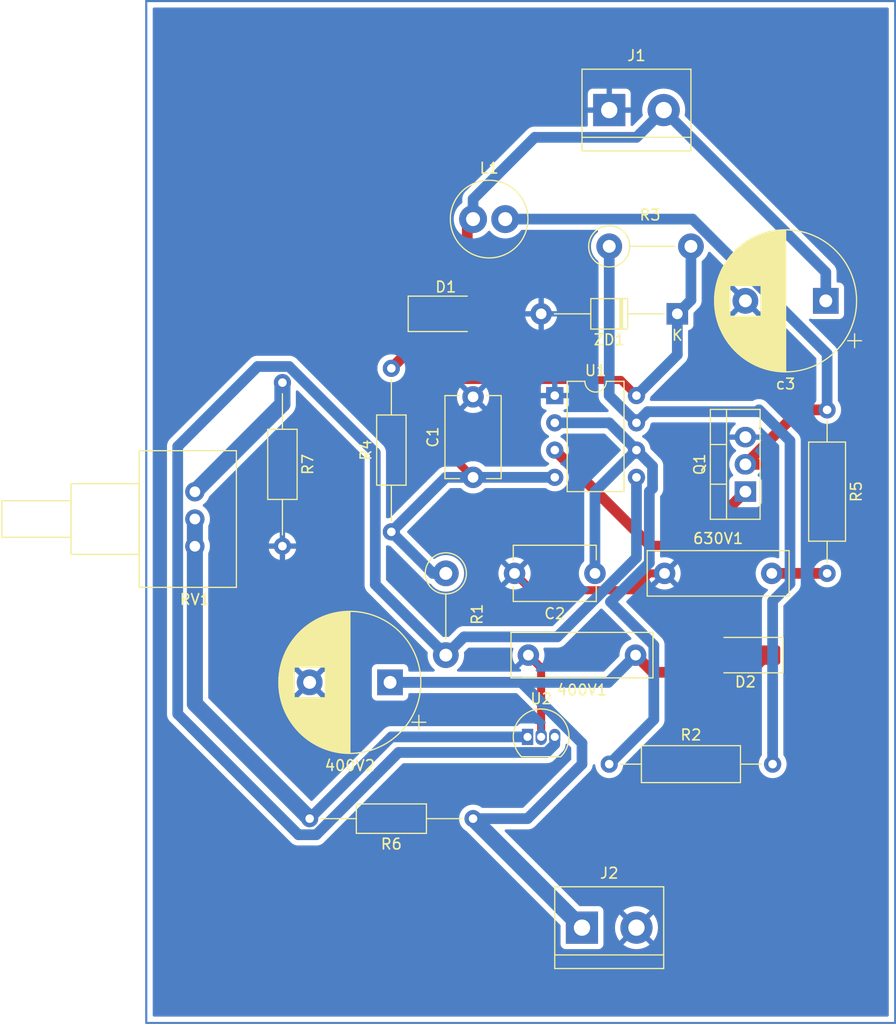
<source format=kicad_pcb>
(kicad_pcb (version 20221018) (generator pcbnew)
  (title_block (title "Voltage Booster Module ") (date "17.02.2023") (rev "1.0") (company "Code & More ") (comment 1 "drawn by Muxtar_Safarov"))
  (layers (0 "F.Cu" signal) (31 "B.Cu" signal) (34 "B.Paste" user) (35 "F.Paste" user) (36 "B.SilkS" user "B.Silkscreen") (37 "F.SilkS" user "F.Silkscreen") (38 "B.Mask" user) (39 "F.Mask" user) (44 "Edge.Cuts" user))
  (net 0 "")
  (net 1 "Net-(D2-K)")
  (net 2 "Earth")
  (net 3 "Net-(630V1-Pad2)")
  (net 4 "Reset")
  (net 5 "DIV")
  (net 6 "+12V")
  (net 7 "Net-(D1-K)")
  (net 8 "Net-(D2-A)")
  (net 9 "Net-(Q1-G)")
  (net 10 "Net-(U1-CV)")
  (net 11 "DIS")
  (net 12 "Net-(U2-REF)")
  (net 13 "Net-(R7-Pad1)")
  (footprint "Diode_THT:D_T-1_P12.70mm_Horizontal" (layer "F.Cu") (at 125.73 67.25 180)
    (fp_text reference "ZD1" (at 6.35 -2.42) (layer "F.SilkS"))
    (fp_text value "12V")
    (fp_text user "K" (at 0 -2) (layer "F.SilkS"))
    (pad "1" thru_hole rect (at 0 0 180) (size 2 2) (drill 1) (layers "*.Cu" "*.Mask") (net 4 "Reset"))
    (pad "2" thru_hole oval (at 12.7 0 180) (size 2 2) (drill 1) (layers "*.Cu" "*.Mask") (net 2 "Earth"))
  )
  (footprint "Diode_SMD:D_SMA" (layer "F.Cu") (at 104.14 67.25)
    (fp_text reference "D1" (at 0 -2.5) (layer "F.SilkS"))
    (fp_text value "US1A")
    (pad "1" smd roundrect (at -2 0) (size 2.5 1.8) (layers "F.Cu" "F.Paste" "F.Mask") (roundrect_rratio 0.1388888889) (net 7 "Net-(D1-K)"))
    (pad "2" smd roundrect (at 2 0) (size 2.5 1.8) (layers "F.Cu" "F.Paste" "F.Mask") (roundrect_rratio 0.1388888889) (net 6 "+12V"))
  )
  (footprint "Resistor_THT:R_Axial_DIN0309_L9.0mm_D3.2mm_P15.24mm_Horizontal" (layer "F.Cu") (at 119.38 109.22)
    (fp_text reference "R2" (at 7.62 -2.72) (layer "F.SilkS"))
    (fp_text value "10K")
    (pad "1" thru_hole circle (at 0 0) (size 1.6 1.6) (drill 0.8) (layers "*.Cu" "*.Mask") (net 5 "DIV"))
    (pad "2" thru_hole oval (at 15.24 0) (size 1.6 1.6) (drill 0.8) (layers "*.Cu" "*.Mask") (net 11 "DIS"))
  )
  (footprint "Capacitor_THT:CP_Radial_D13.0mm_P7.50mm" (layer "F.Cu") (at 139.58 66.04 180)
    (fp_text reference "c3" (at 3.75 -7.75) (layer "F.SilkS"))
    (fp_text value "1000uF")
    (pad "1" thru_hole rect (at 0 0 180) (size 2.4 2.4) (drill 1.2) (layers "*.Cu" "*.Mask") (net 6 "+12V"))
    (pad "2" thru_hole circle (at 7.5 0 180) (size 2.4 2.4) (drill 1.2) (layers "*.Cu" "*.Mask") (net 2 "Earth"))
  )
  (footprint "TerminalBlock:TerminalBlock_bornier-2_P5.08mm" (layer "F.Cu") (at 116.84 124.46)
    (fp_text reference "J2" (at 2.54 -5.08) (layer "F.SilkS"))
    (fp_text value "OUTPUT")
    (pad "1" thru_hole rect (at 0 0) (size 3 3) (drill 1.52) (layers "*.Cu" "*.Mask") (net 1 "Net-(D2-K)"))
    (pad "2" thru_hole circle (at 5.08 0) (size 3 3) (drill 1.52) (layers "*.Cu" "*.Mask") (net 2 "Earth"))
  )
  (footprint "Capacitor_THT:C_Disc_D7.5mm_W5.0mm_P7.50mm" (layer "F.Cu") (at 106.68 82.49 90)
    (fp_text reference "C1" (at 3.75 -3.75 90) (layer "F.SilkS"))
    (fp_text value "22uF")
    (pad "1" thru_hole circle (at 0 0 90) (size 2 2) (drill 1) (layers "*.Cu" "*.Mask") (net 4 "Reset"))
    (pad "2" thru_hole circle (at 7.5 0 90) (size 2 2) (drill 1) (layers "*.Cu" "*.Mask") (net 2 "Earth"))
  )
  (footprint "Inductor_THT:L_Radial_D7.0mm_P3.00mm" (layer "F.Cu") (at 106.68 58.42)
    (fp_text reference "L1" (at 1.5 -4.75) (layer "F.SilkS"))
    (fp_text value "150uH")
    (pad "1" thru_hole circle (at 0 0) (size 2.6 2.6) (drill 1.3) (layers "*.Cu" "*.Mask") (net 6 "+12V"))
    (pad "2" thru_hole circle (at 3 0) (size 2.6 2.6) (drill 1.3) (layers "*.Cu" "*.Mask") (net 8 "Net-(D2-A)"))
  )
  (footprint "Resistor_THT:R_Axial_DIN0411_L9.9mm_D3.6mm_P7.62mm_Vertical" (layer "F.Cu") (at 119.38 60.96)
    (fp_text reference "R3" (at 3.81 -2.92) (layer "F.SilkS"))
    (fp_text value "1K")
    (pad "1" thru_hole circle (at 0 0) (size 2.4 2.4) (drill 1.2) (layers "*.Cu" "*.Mask") (net 11 "DIS"))
    (pad "2" thru_hole oval (at 7.62 0) (size 2.4 2.4) (drill 1.2) (layers "*.Cu" "*.Mask") (net 4 "Reset"))
  )
  (footprint "Capacitor_THT:C_Rect_L13.0mm_W4.0mm_P10.00mm_FKS3_FKP3_MKS4" (layer "F.Cu") (at 121.84 99.06 180)
    (fp_text reference "400V1" (at 5 -3.25) (layer "F.SilkS"))
    (fp_text value "10nF")
    (pad "1" thru_hole circle (at 0 0 180) (size 2 2) (drill 1) (layers "*.Cu" "*.Mask") (net 1 "Net-(D2-K)"))
    (pad "2" thru_hole circle (at 10 0 180) (size 2 2) (drill 1) (layers "*.Cu" "*.Mask") (net 2 "Earth"))
  )
  (footprint "Resistor_THT:R_Axial_DIN0207_L6.3mm_D2.5mm_P15.24mm_Horizontal" (layer "F.Cu") (at 106.68 114.3 180)
    (fp_text reference "R6" (at 7.62 -2.37) (layer "F.SilkS"))
    (fp_text value "470K")
    (pad "1" thru_hole circle (at 0 0 180) (size 1.6 1.6) (drill 0.8) (layers "*.Cu" "*.Mask") (net 1 "Net-(D2-K)"))
    (pad "2" thru_hole oval (at 15.24 0 180) (size 1.6 1.6) (drill 0.8) (layers "*.Cu" "*.Mask") (net 12 "Net-(U2-REF)"))
  )
  (footprint "Capacitor_THT:C_Rect_L13.0mm_W4.0mm_P10.00mm_FKS3_FKP3_MKS4" (layer "F.Cu") (at 124.54 91.44)
    (fp_text reference "630V1" (at 5 -3.25) (layer "F.SilkS"))
    (fp_text value "100pF")
    (pad "1" thru_hole circle (at 0 0) (size 2 2) (drill 1) (layers "*.Cu" "*.Mask") (net 2 "Earth"))
    (pad "2" thru_hole circle (at 10 0) (size 2 2) (drill 1) (layers "*.Cu" "*.Mask") (net 3 "Net-(630V1-Pad2)"))
  )
  (footprint "Capacitor_THT:CP_Radial_D13.0mm_P7.50mm" (layer "F.Cu") (at 98.94 101.6 180)
    (fp_text reference "400V2" (at 3.75 -7.75) (layer "F.SilkS"))
    (fp_text value "22uF")
    (pad "1" thru_hole rect (at 0 0 180) (size 2.4 2.4) (drill 1.2) (layers "*.Cu" "*.Mask") (net 1 "Net-(D2-K)"))
    (pad "2" thru_hole circle (at 7.5 0 180) (size 2.4 2.4) (drill 1.2) (layers "*.Cu" "*.Mask") (net 2 "Earth"))
  )
  (footprint "Package_TO_SOT_THT:TO-92_Inline" (layer "F.Cu") (at 111.76 106.68)
    (fp_text reference "U2" (at 1.27 -3.56) (layer "F.SilkS"))
    (fp_text value "TL431LP")
    (pad "1" thru_hole rect (at 0 0) (size 1.05 1.5) (drill 0.75) (layers "*.Cu" "*.Mask") (net 12 "Net-(U2-REF)"))
    (pad "2" thru_hole oval (at 1.27 0) (size 1.05 1.5) (drill 0.75) (layers "*.Cu" "*.Mask") (net 2 "Earth"))
    (pad "3" thru_hole oval (at 2.54 0) (size 1.05 1.5) (drill 0.75) (layers "*.Cu" "*.Mask") (net 10 "Net-(U1-CV)"))
  )
  (footprint "Diode_SMD:D_SMA" (layer "F.Cu") (at 132.08 99.06 180)
    (fp_text reference "D2" (at 0 -2.5) (layer "F.SilkS"))
    (fp_text value "US1A")
    (pad "1" smd roundrect (at -2 0 180) (size 2.5 1.8) (layers "F.Cu" "F.Paste" "F.Mask") (roundrect_rratio 0.1388888889) (net 1 "Net-(D2-K)"))
    (pad "2" smd roundrect (at 2 0 180) (size 2.5 1.8) (layers "F.Cu" "F.Paste" "F.Mask") (roundrect_rratio 0.1388888889) (net 8 "Net-(D2-A)"))
  )
  (footprint "Resistor_THT:R_Axial_DIN0207_L6.3mm_D2.5mm_P15.24mm_Horizontal" (layer "F.Cu") (at 99.06 87.57 90)
    (fp_text reference "R4" (at 7.62 -2.37 90) (layer "F.SilkS"))
    (fp_text value "330R")
    (pad "1" thru_hole circle (at 0 0 90) (size 1.6 1.6) (drill 0.8) (layers "*.Cu" "*.Mask") (net 4 "Reset"))
    (pad "2" thru_hole oval (at 15.24 0 90) (size 1.6 1.6) (drill 0.8) (layers "*.Cu" "*.Mask") (net 7 "Net-(D1-K)"))
  )
  (footprint "Package_TO_SOT_THT:TO-220-3_Vertical" (layer "F.Cu") (at 132.08 83.82 90)
    (fp_text reference "Q1" (at 2.54 -4.27 90) (layer "F.SilkS"))
    (fp_text value "IRF740")
    (pad "1" thru_hole rect (at 0 0 90) (size 1.905 2) (drill 1.1) (layers "*.Cu" "*.Mask") (net 9 "Net-(Q1-G)"))
    (pad "2" thru_hole oval (at 2.54 0 90) (size 1.905 2) (drill 1.1) (layers "*.Cu" "*.Mask") (net 8 "Net-(D2-A)"))
    (pad "3" thru_hole oval (at 5.08 0 90) (size 1.905 2) (drill 1.1) (layers "*.Cu" "*.Mask") (net 2 "Earth"))
  )
  (footprint "Resistor_THT:R_Axial_DIN0309_L9.0mm_D3.2mm_P15.24mm_Horizontal" (layer "F.Cu") (at 139.7 76.2 -90)
    (fp_text reference "R5" (at 7.62 -2.72 90) (layer "F.SilkS"))
    (fp_text value "4,7K")
    (pad "1" thru_hole circle (at 0 0 270) (size 1.6 1.6) (drill 0.8) (layers "*.Cu" "*.Mask") (net 8 "Net-(D2-A)"))
    (pad "2" thru_hole oval (at 15.24 0 270) (size 1.6 1.6) (drill 0.8) (layers "*.Cu" "*.Mask") (net 3 "Net-(630V1-Pad2)"))
  )
  (footprint "Resistor_THT:R_Axial_DIN0411_L9.9mm_D3.6mm_P7.62mm_Vertical" (layer "F.Cu") (at 104.14 91.44 -90)
    (fp_text reference "R1" (at 3.81 -2.92 90) (layer "F.SilkS"))
    (fp_text value "1K")
    (pad "1" thru_hole circle (at 0 0 270) (size 2.4 2.4) (drill 1.2) (layers "*.Cu" "*.Mask") (net 4 "Reset"))
    (pad "2" thru_hole oval (at 7.62 0 270) (size 2.4 2.4) (drill 1.2) (layers "*.Cu" "*.Mask") (net 10 "Net-(U1-CV)"))
  )
  (footprint "Potentiometer_THT:Potentiometer_Vishay_148-149_Single_Horizontal" (layer "F.Cu") (at 80.735 83.835 180)
    (fp_text reference "RV1" (at 0 -10.04) (layer "F.SilkS"))
    (fp_text value "10K")
    (pad "1" thru_hole circle (at 0 0 180) (size 1.8 1.8) (drill 1) (layers "*.Cu" "*.Mask") (net 13 "Net-(R7-Pad1)"))
    (pad "2" thru_hole circle (at 0 -2.54 180) (size 1.8 1.8) (drill 1) (layers "*.Cu" "*.Mask") (net 12 "Net-(U2-REF)"))
    (pad "3" thru_hole circle (at 0 -5.08 180) (size 1.8 1.8) (drill 1) (layers "*.Cu" "*.Mask") (net 12 "Net-(U2-REF)"))
  )
  (footprint "TerminalBlock:TerminalBlock_bornier-2_P5.08mm" (layer "F.Cu") (at 119.38 48.26)
    (fp_text reference "J1" (at 2.54 -5.08) (layer "F.SilkS"))
    (fp_text value "INPUT")
    (pad "1" thru_hole rect (at 0 0) (size 3 3) (drill 1.52) (layers "*.Cu" "*.Mask") (net 2 "Earth"))
    (pad "2" thru_hole circle (at 5.08 0) (size 3 3) (drill 1.52) (layers "*.Cu" "*.Mask") (net 6 "+12V"))
  )
  (footprint "Resistor_THT:R_Axial_DIN0207_L6.3mm_D2.5mm_P15.24mm_Horizontal" (layer "F.Cu") (at 88.9 73.66 -90)
    (fp_text reference "R7" (at 7.62 -2.37 90) (layer "F.SilkS"))
    (fp_text value "3,3K")
    (pad "1" thru_hole circle (at 0 0 270) (size 1.6 1.6) (drill 0.8) (layers "*.Cu" "*.Mask") (net 13 "Net-(R7-Pad1)"))
    (pad "2" thru_hole oval (at 15.24 0 270) (size 1.6 1.6) (drill 0.8) (layers "*.Cu" "*.Mask") (net 2 "Earth"))
  )
  (footprint "Package_DIP:DIP-8_W7.62mm" (layer "F.Cu") (at 114.3 74.87)
    (fp_text reference "U1" (at 3.81 -2.33) (layer "F.SilkS"))
    (fp_text value "NE555P")
    (pad "1" thru_hole rect (at 0 0) (size 1.6 1.6) (drill 0.8) (layers "*.Cu" "*.Mask") (net 2 "Earth"))
    (pad "2" thru_hole oval (at 0 2.54) (size 1.6 1.6) (drill 0.8) (layers "*.Cu" "*.Mask") (net 5 "DIV"))
    (pad "3" thru_hole oval (at 0 5.08) (size 1.6 1.6) (drill 0.8) (layers "*.Cu" "*.Mask") (net 9 "Net-(Q1-G)"))
    (pad "4" thru_hole oval (at 0 7.62) (size 1.6 1.6) (drill 0.8) (layers "*.Cu" "*.Mask") (net 4 "Reset"))
    (pad "5" thru_hole oval (at 7.62 7.62) (size 1.6 1.6) (drill 0.8) (layers "*.Cu" "*.Mask") (net 10 "Net-(U1-CV)"))
    (pad "6" thru_hole oval (at 7.62 5.08) (size 1.6 1.6) (drill 0.8) (layers "*.Cu" "*.Mask") (net 5 "DIV"))
    (pad "7" thru_hole oval (at 7.62 2.54) (size 1.6 1.6) (drill 0.8) (layers "*.Cu" "*.Mask") (net 11 "DIS"))
    (pad "8" thru_hole oval (at 7.62 0) (size 1.6 1.6) (drill 0.8) (layers "*.Cu" "*.Mask") (net 4 "Reset"))
  )
  (footprint "Capacitor_THT:C_Disc_D7.5mm_W5.0mm_P7.50mm" (layer "F.Cu") (at 118.05 91.44 180)
    (fp_text reference "C2" (at 3.75 -3.75) (layer "F.SilkS"))
    (fp_text value "10nF")
    (pad "1" thru_hole circle (at 0 0 180) (size 2 2) (drill 1) (layers "*.Cu" "*.Mask") (net 5 "DIV"))
    (pad "2" thru_hole circle (at 7.5 0 180) (size 2 2) (drill 1) (layers "*.Cu" "*.Mask") (net 2 "Earth"))
  )
  (gr_rect (start 76.2 38.1) (end 146.05 133.35) (stroke (width 0.2)) (fill none) (layer "B.Cu"))
  (segment (start 132.48 100.66) (end 123.44 100.66) (width 1) (layer "F.Cu") (net 1))
  (segment (start 134.08 99.06) (end 132.48 100.66) (width 1) (layer "F.Cu") (net 1))
  (segment (start 123.44 100.66) (end 121.84 99.06) (width 1) (layer "F.Cu") (net 1))
  (segment (start 111.177412 101.6) (end 116.84 107.262588) (width 1) (layer "B.Cu") (net 1))
  (segment (start 116.84 107.262588) (end 116.84 109.22) (width 1) (layer "B.Cu") (net 1))
  (segment (start 111.76 114.3) (end 106.68 114.3) (width 1) (layer "B.Cu") (net 1))
  (segment (start 119.3 101.6) (end 99.06 101.6) (width 1) (layer "B.Cu") (net 1))
  (segment (start 121.84 99.06) (end 119.3 101.6) (width 1) (layer "B.Cu") (net 1))
  (segment (start 98.94 101.6) (end 99.06 101.6) (width 1) (layer "B.Cu") (net 1))
  (segment (start 99.06 101.6) (end 111.177412 101.6) (width 1) (layer "B.Cu") (net 1))
  (segment (start 116.84 109.22) (end 111.76 114.3) (width 1) (layer "B.Cu") (net 1))
  (segment (start 116.84 124.46) (end 106.68 114.3) (width 1.5) (layer "B.Cu") (net 1))
  (segment (start 113.03 100.25) (end 111.84 99.06) (width 0.75) (layer "F.Cu") (net 2))
  (segment (start 121.550787 93.015) (end 112.125 93.015) (width 0.75) (layer "F.Cu") (net 2))
  (segment (start 123.125787 91.44) (end 121.550787 93.015) (width 0.75) (layer "F.Cu") (net 2))
  (segment (start 113.03 106.68) (end 113.03 100.25) (width 0.75) (layer "F.Cu") (net 2))
  (segment (start 112.125 93.015) (end 110.55 91.44) (width 0.75) (layer "F.Cu") (net 2))
  (segment (start 124.54 91.44) (end 123.125787 91.44) (width 0.75) (layer "F.Cu") (net 2))
  (segment (start 139.7 91.44) (end 134.54 91.44) (width 1) (layer "F.Cu") (net 3))
  (segment (start 104.385 73.415) (end 101.6 76.2) (width 0.75) (layer "F.Cu") (net 4))
  (segment (start 101.6 77.41) (end 106.68 82.49) (width 0.75) (layer "F.Cu") (net 4))
  (segment (start 101.6 76.2) (end 101.6 77.41) (width 0.75) (layer "F.Cu") (net 4))
  (segment (start 121.92 74.87) (end 120.465 73.415) (width 0.75) (layer "F.Cu") (net 4))
  (segment (start 120.465 73.415) (end 104.385 73.415) (width 0.75) (layer "F.Cu") (net 4))
  (segment (start 127 65.98) (end 125.73 67.25) (width 1) (layer "B.Cu") (net 4))
  (segment (start 127 60.96) (end 127 65.98) (width 1) (layer "B.Cu") (net 4))
  (segment (start 104.14 82.49) (end 99.06 87.57) (width 1) (layer "B.Cu") (net 4))
  (segment (start 106.68 82.49) (end 104.14 82.49) (width 1) (layer "B.Cu") (net 4))
  (segment (start 104.14 91.44) (end 102.93 91.44) (width 1) (layer "B.Cu") (net 4))
  (segment (start 125.73 67.25) (end 125.73 71.06) (width 1) (layer "B.Cu") (net 4))
  (segment (start 114.3 82.49) (end 106.68 82.49) (width 1) (layer "B.Cu") (net 4))
  (segment (start 102.93 91.44) (end 99.06 87.57) (width 1) (layer "B.Cu") (net 4))
  (segment (start 125.73 71.06) (end 121.92 74.87) (width 1) (layer "B.Cu") (net 4))
  (segment (start 123.42 81.45) (end 121.92 79.95) (width 1) (layer "B.Cu") (net 5))
  (segment (start 119.38 77.41) (end 121.92 79.95) (width 1) (layer "B.Cu") (net 5))
  (segment (start 123.54 98.14) (end 119.49561 94.09561) (width 1) (layer "B.Cu") (net 5))
  (segment (start 114.3 77.41) (end 119.38 77.41) (width 1) (layer "B.Cu") (net 5))
  (segment (start 123.12 83.82) (end 123.42 83.52) (width 1) (layer "B.Cu") (net 5))
  (segment (start 118.05 83.82) (end 121.92 79.95) (width 1) (layer "B.Cu") (net 5))
  (segment (start 118.05 91.44) (end 118.05 83.82) (width 1) (layer "B.Cu") (net 5))
  (segment (start 123.42 83.52) (end 123.42 81.45) (width 1) (layer "B.Cu") (net 5))
  (segment (start 119.49561 94.09561) (end 123.12 90.47122) (width 1) (layer "B.Cu") (net 5))
  (segment (start 119.38 109.22) (end 123.54 105.06) (width 1) (layer "B.Cu") (net 5))
  (segment (start 123.12 90.47122) (end 123.12 83.82) (width 1) (layer "B.Cu") (net 5))
  (segment (start 123.54 105.06) (end 123.54 98.14) (width 1) (layer "B.Cu") (net 5))
  (segment (start 106.14 67.25) (end 106.14 58.96) (width 1) (layer "F.Cu") (net 6))
  (segment (start 106.14 58.96) (end 106.68 58.42) (width 1) (layer "F.Cu") (net 6))
  (segment (start 112.44 50.8) (end 121.92 50.8) (width 1) (layer "B.Cu") (net 6))
  (segment (start 139.58 66.04) (end 139.58 63.38) (width 1) (layer "B.Cu") (net 6))
  (segment (start 106.68 56.56) (end 112.44 50.8) (width 1) (layer "B.Cu") (net 6))
  (segment (start 106.68 58.42) (end 106.68 56.56) (width 1) (layer "B.Cu") (net 6))
  (segment (start 121.92 50.8) (end 124.46 48.26) (width 1) (layer "B.Cu") (net 6))
  (segment (start 139.58 63.38) (end 124.46 48.26) (width 1) (layer "B.Cu") (net 6))
  (segment (start 102.14 67.25) (end 102.14 69.25) (width 1) (layer "F.Cu") (net 7))
  (segment (start 102.14 69.25) (end 99.06 72.33) (width 1) (layer "F.Cu") (net 7))
  (segment (start 130.08 99.06) (end 130.08 89.1725) (width 1) (layer "F.Cu") (net 8))
  (segment (start 134.62 81.82) (end 134.08 81.28) (width 1) (layer "F.Cu") (net 8))
  (segment (start 139.7 76.2) (end 137.16 76.2) (width 1) (layer "F.Cu") (net 8))
  (segment (start 134.08 81.28) (end 132.08 81.28) (width 1) (layer "F.Cu") (net 8))
  (segment (start 134.62 84.6325) (end 134.62 81.82) (width 1) (layer "F.Cu") (net 8))
  (segment (start 130.08 89.1725) (end 134.62 84.6325) (width 1) (layer "F.Cu") (net 8))
  (segment (start 137.16 76.2) (end 132.08 81.28) (width 1) (layer "F.Cu") (net 8))
  (segment (start 139.7 70.972994) (end 139.7 76.2) (width 1) (layer "B.Cu") (net 8))
  (segment (start 127.147006 58.42) (end 139.7 70.972994) (width 1) (layer "B.Cu") (net 8))
  (segment (start 109.68 58.42) (end 127.147006 58.42) (width 1) (layer "B.Cu") (net 8))
  (segment (start 123.25 88.9) (end 127 88.9) (width 1) (layer "F.Cu") (net 9))
  (segment (start 127 88.9) (end 132.08 83.82) (width 1) (layer "F.Cu") (net 9))
  (segment (start 114.3 79.95) (end 123.25 88.9) (width 1) (layer "F.Cu") (net 9))
  (segment (start 79.135 104.535) (end 79.135 79.615) (width 1) (layer "B.Cu") (net 10))
  (segment (start 114.534164 97.36) (end 121.92 89.974164) (width 1) (layer "B.Cu") (net 10))
  (segment (start 79.135 79.615) (end 86.59 72.16) (width 1) (layer "B.Cu") (net 10))
  (segment (start 114.3 106.68) (end 114.3 107.367412) (width 1) (layer "B.Cu") (net 10))
  (segment (start 86.59 72.16) (end 89.521321 72.16) (width 1) (layer "B.Cu") (net 10))
  (segment (start 113.537412 108.13) (end 99.731321 108.13) (width 1) (layer "B.Cu") (net 10))
  (segment (start 89.521321 72.16) (end 97.56 80.198679) (width 1) (layer "B.Cu") (net 10))
  (segment (start 97.56 80.198679) (end 97.56 92.48) (width 1) (layer "B.Cu") (net 10))
  (segment (start 105.84 97.36) (end 114.534164 97.36) (width 1) (layer "B.Cu") (net 10))
  (segment (start 114.3 107.367412) (end 113.537412 108.13) (width 1) (layer "B.Cu") (net 10))
  (segment (start 92.061321 115.8) (end 90.4 115.8) (width 1) (layer "B.Cu") (net 10))
  (segment (start 104.14 99.06) (end 105.84 97.36) (width 1) (layer "B.Cu") (net 10))
  (segment (start 121.92 89.974164) (end 121.92 82.49) (width 1) (layer "B.Cu") (net 10))
  (segment (start 90.4 115.8) (end 79.135 104.535) (width 1) (layer "B.Cu") (net 10))
  (segment (start 97.56 92.48) (end 104.14 99.06) (width 1) (layer "B.Cu") (net 10))
  (segment (start 99.731321 108.13) (end 92.061321 115.8) (width 1) (layer "B.Cu") (net 10))
  (segment (start 136.24 92.397056) (end 136.24 79.09) (width 1) (layer "B.Cu") (net 11))
  (segment (start 122.96 76.37) (end 121.92 77.41) (width 1) (layer "B.Cu") (net 11))
  (segment (start 119.38 74.87) (end 121.92 77.41) (width 1) (layer "B.Cu") (net 11))
  (segment (start 119.38 60.96) (end 119.38 74.87) (width 1) (layer "B.Cu") (net 11))
  (segment (start 134.62 94.017056) (end 136.24 92.397056) (width 1) (layer "B.Cu") (net 11))
  (segment (start 136.24 79.09) (end 133.35 76.2) (width 1) (layer "B.Cu") (net 11))
  (segment (start 134.62 109.22) (end 134.62 94.017056) (width 1) (layer "B.Cu") (net 11))
  (segment (start 133.18 76.37) (end 122.96 76.37) (width 1) (layer "B.Cu") (net 11))
  (segment (start 133.35 76.2) (end 133.18 76.37) (width 1) (layer "B.Cu") (net 11))
  (segment (start 111.76 106.68) (end 99.06 106.68) (width 1) (layer "B.Cu") (net 12))
  (segment (start 80.735 88.915) (end 80.735 103.595) (width 1.5) (layer "B.Cu") (net 12))
  (segment (start 99.06 106.68) (end 91.44 114.3) (width 1) (layer "B.Cu") (net 12))
  (segment (start 80.735 103.595) (end 91.44 114.3) (width 1.5) (layer "B.Cu") (net 12))
  (segment (start 80.735 86.375) (end 80.735 88.915) (width 1.5) (layer "B.Cu") (net 12))
  (segment (start 88.9 75.67) (end 80.735 83.835) (width 1.5) (layer "B.Cu") (net 13))
  (segment (start 88.9 73.66) (end 88.9 75.67) (width 1.5) (layer "B.Cu") (net 13))
  (zone (net 2) (net_name "Earth") (layer "B.Cu") (connect_pads (clearance 0.5)) (min_thickness 0.25) (fill yes (thermal_gap 0.5) (thermal_bridge_width 0.5))
    (polygon (pts (xy 76.2 38.1) (xy 76.2 133.35) (xy 146.05 133.35) (xy 146.05 38.1)))
  )
)
</source>
